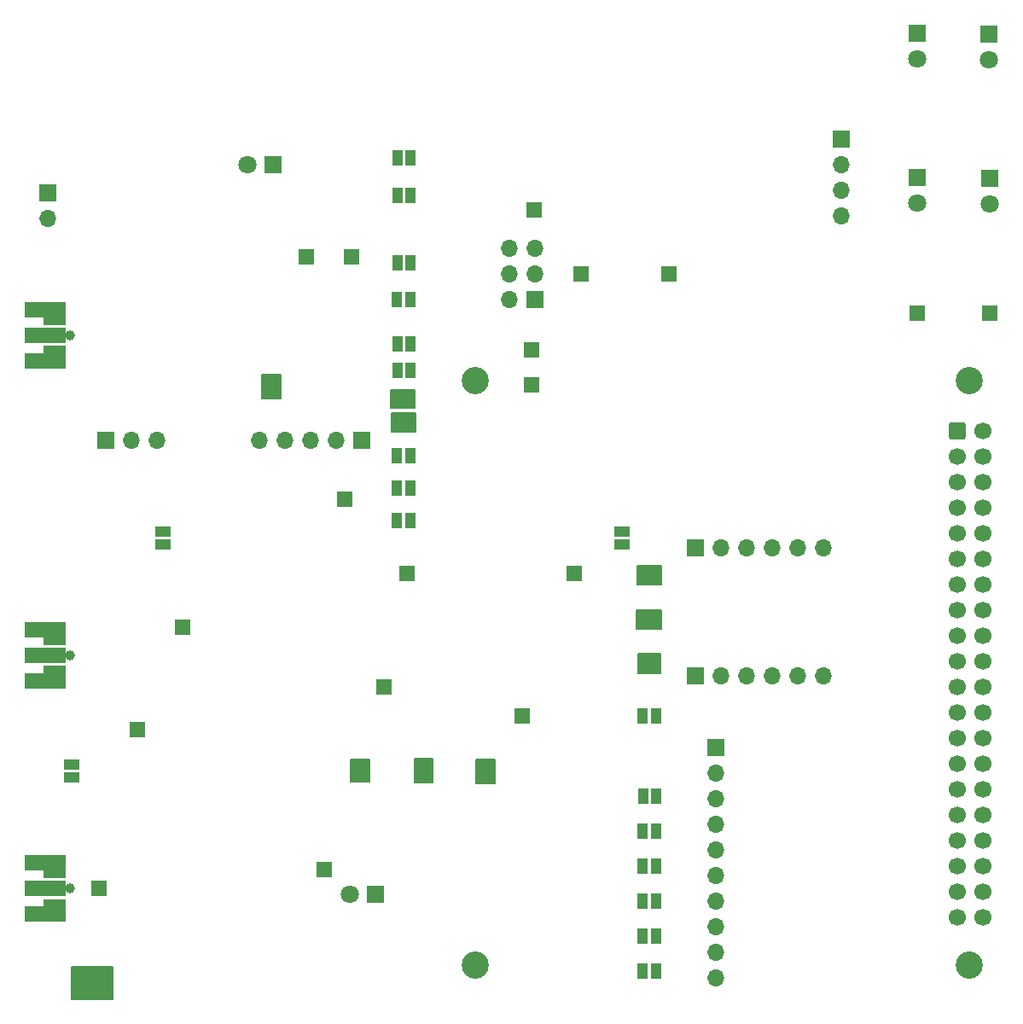
<source format=gbr>
%TF.GenerationSoftware,KiCad,Pcbnew,(5.99.0-10928-g75ce97e260)*%
%TF.CreationDate,2021-11-23T17:21:24+01:00*%
%TF.ProjectId,cdu-lite,6364752d-6c69-4746-952e-6b696361645f,rev?*%
%TF.SameCoordinates,Original*%
%TF.FileFunction,Soldermask,Bot*%
%TF.FilePolarity,Negative*%
%FSLAX46Y46*%
G04 Gerber Fmt 4.6, Leading zero omitted, Abs format (unit mm)*
G04 Created by KiCad (PCBNEW (5.99.0-10928-g75ce97e260)) date 2021-11-23 17:21:24*
%MOMM*%
%LPD*%
G01*
G04 APERTURE LIST*
G04 Aperture macros list*
%AMRoundRect*
0 Rectangle with rounded corners*
0 $1 Rounding radius*
0 $2 $3 $4 $5 $6 $7 $8 $9 X,Y pos of 4 corners*
0 Add a 4 corners polygon primitive as box body*
4,1,4,$2,$3,$4,$5,$6,$7,$8,$9,$2,$3,0*
0 Add four circle primitives for the rounded corners*
1,1,$1+$1,$2,$3*
1,1,$1+$1,$4,$5*
1,1,$1+$1,$6,$7*
1,1,$1+$1,$8,$9*
0 Add four rect primitives between the rounded corners*
20,1,$1+$1,$2,$3,$4,$5,0*
20,1,$1+$1,$4,$5,$6,$7,0*
20,1,$1+$1,$6,$7,$8,$9,0*
20,1,$1+$1,$8,$9,$2,$3,0*%
G04 Aperture macros list end*
%ADD10C,0.150000*%
%ADD11R,1.800000X1.800000*%
%ADD12C,1.800000*%
%ADD13R,1.500000X1.500000*%
%ADD14C,2.700000*%
%ADD15R,1.700000X1.700000*%
%ADD16O,1.700000X1.700000*%
%ADD17RoundRect,0.250000X-0.600000X-0.600000X0.600000X-0.600000X0.600000X0.600000X-0.600000X0.600000X0*%
%ADD18C,1.700000*%
%ADD19R,1.000000X1.500000*%
%ADD20R,1.500000X1.000000*%
%ADD21R,4.064000X1.524000*%
%ADD22C,1.000000*%
%ADD23R,2.200000X1.050000*%
G04 APERTURE END LIST*
D10*
X76428600Y-91109800D02*
X74599800Y-91109800D01*
X74599800Y-91109800D02*
X74599800Y-88722200D01*
X74599800Y-88722200D02*
X76428600Y-88722200D01*
X76428600Y-88722200D02*
X76428600Y-91109800D01*
G36*
X76428600Y-91109800D02*
G01*
X74599800Y-91109800D01*
X74599800Y-88722200D01*
X76428600Y-88722200D01*
X76428600Y-91109800D01*
G37*
X111760000Y-113944400D02*
X114198400Y-113944400D01*
X114198400Y-113944400D02*
X114198400Y-112115600D01*
X114198400Y-112115600D02*
X111760000Y-112115600D01*
X111760000Y-112115600D02*
X111760000Y-113944400D01*
G36*
X111760000Y-113944400D02*
G01*
X114198400Y-113944400D01*
X114198400Y-112115600D01*
X111760000Y-112115600D01*
X111760000Y-113944400D01*
G37*
X95859600Y-126898400D02*
X97688400Y-126898400D01*
X97688400Y-126898400D02*
X97688400Y-129286000D01*
X97688400Y-129286000D02*
X95859600Y-129286000D01*
X95859600Y-129286000D02*
X95859600Y-126898400D01*
G36*
X95859600Y-126898400D02*
G01*
X97688400Y-126898400D01*
X97688400Y-129286000D01*
X95859600Y-129286000D01*
X95859600Y-126898400D01*
G37*
X87350600Y-92049600D02*
X89738200Y-92049600D01*
X89738200Y-92049600D02*
X89738200Y-90220800D01*
X89738200Y-90220800D02*
X87350600Y-90220800D01*
X87350600Y-90220800D02*
X87350600Y-92049600D01*
G36*
X87350600Y-92049600D02*
G01*
X89738200Y-92049600D01*
X89738200Y-90220800D01*
X87350600Y-90220800D01*
X87350600Y-92049600D01*
G37*
X55676800Y-150647400D02*
X59740800Y-150647400D01*
X59740800Y-150647400D02*
X59740800Y-147497800D01*
X59740800Y-147497800D02*
X55676800Y-147497800D01*
X55676800Y-147497800D02*
X55676800Y-150647400D01*
G36*
X55676800Y-150647400D02*
G01*
X59740800Y-150647400D01*
X59740800Y-147497800D01*
X55676800Y-147497800D01*
X55676800Y-150647400D01*
G37*
X111912400Y-118313200D02*
X114147600Y-118313200D01*
X114147600Y-118313200D02*
X114147600Y-116433600D01*
X114147600Y-116433600D02*
X111912400Y-116433600D01*
X111912400Y-116433600D02*
X111912400Y-118313200D01*
G36*
X111912400Y-118313200D02*
G01*
X114147600Y-118313200D01*
X114147600Y-116433600D01*
X111912400Y-116433600D01*
X111912400Y-118313200D01*
G37*
X87426800Y-94386400D02*
X89814400Y-94386400D01*
X89814400Y-94386400D02*
X89814400Y-92557600D01*
X89814400Y-92557600D02*
X87426800Y-92557600D01*
X87426800Y-92557600D02*
X87426800Y-94386400D01*
G36*
X87426800Y-94386400D02*
G01*
X89814400Y-94386400D01*
X89814400Y-92557600D01*
X87426800Y-92557600D01*
X87426800Y-94386400D01*
G37*
X111836200Y-109524800D02*
X114223800Y-109524800D01*
X114223800Y-109524800D02*
X114223800Y-107696000D01*
X114223800Y-107696000D02*
X111836200Y-107696000D01*
X111836200Y-107696000D02*
X111836200Y-109524800D01*
G36*
X111836200Y-109524800D02*
G01*
X114223800Y-109524800D01*
X114223800Y-107696000D01*
X111836200Y-107696000D01*
X111836200Y-109524800D01*
G37*
X89712800Y-126771400D02*
X91541600Y-126771400D01*
X91541600Y-126771400D02*
X91541600Y-129209800D01*
X91541600Y-129209800D02*
X89712800Y-129209800D01*
X89712800Y-129209800D02*
X89712800Y-126771400D01*
G36*
X89712800Y-126771400D02*
G01*
X91541600Y-126771400D01*
X91541600Y-129209800D01*
X89712800Y-129209800D01*
X89712800Y-126771400D01*
G37*
X83362800Y-126898400D02*
X85242400Y-126898400D01*
X85242400Y-126898400D02*
X85242400Y-129133600D01*
X85242400Y-129133600D02*
X83362800Y-129133600D01*
X83362800Y-129133600D02*
X83362800Y-126898400D01*
G36*
X83362800Y-126898400D02*
G01*
X85242400Y-126898400D01*
X85242400Y-129133600D01*
X83362800Y-129133600D01*
X83362800Y-126898400D01*
G37*
D11*
%TO.C,LED418*%
X85831600Y-140284200D03*
D12*
X83291600Y-140284200D03*
%TD*%
D13*
%TO.C,TP400*%
X101371400Y-86283800D03*
%TD*%
D11*
%TO.C,LED413*%
X139598400Y-54813200D03*
D12*
X139598400Y-57353200D03*
%TD*%
D14*
%TO.C,H2*%
X144780000Y-147320000D03*
%TD*%
D13*
%TO.C,TP15*%
X89001600Y-108432600D03*
%TD*%
D15*
%TO.C,J401*%
X119634000Y-125730000D03*
D16*
X119634000Y-128270000D03*
X119634000Y-130810000D03*
X119634000Y-133350000D03*
X119634000Y-135890000D03*
X119634000Y-138430000D03*
X119634000Y-140970000D03*
X119634000Y-143510000D03*
X119634000Y-146050000D03*
X119634000Y-148590000D03*
%TD*%
D13*
%TO.C,TP505*%
X139573000Y-82580400D03*
%TD*%
D15*
%TO.C,JP602*%
X84455000Y-95250000D03*
D16*
X81915000Y-95250000D03*
X79375000Y-95250000D03*
X76835000Y-95250000D03*
X74295000Y-95250000D03*
%TD*%
D15*
%TO.C,JP601*%
X59070000Y-95225000D03*
D16*
X61610000Y-95225000D03*
X64150000Y-95225000D03*
%TD*%
D14*
%TO.C,H3*%
X95780000Y-89320000D03*
%TD*%
D11*
%TO.C,LED411*%
X146812000Y-69235400D03*
D12*
X146812000Y-71775400D03*
%TD*%
D13*
%TO.C,TP502*%
X80772000Y-137820400D03*
%TD*%
%TO.C,TP16*%
X100380800Y-122580400D03*
%TD*%
D15*
%TO.C,P400*%
X132029200Y-65354200D03*
D16*
X132029200Y-67894200D03*
X132029200Y-70434200D03*
X132029200Y-72974200D03*
%TD*%
D13*
%TO.C,TP28*%
X101600000Y-72339200D03*
%TD*%
%TO.C,TP27*%
X106273600Y-78740000D03*
%TD*%
D11*
%TO.C,LED412*%
X139598400Y-69189600D03*
D12*
X139598400Y-71729600D03*
%TD*%
D14*
%TO.C,H1*%
X144780000Y-89320000D03*
%TD*%
D11*
%TO.C,LED415*%
X146735800Y-54940200D03*
D12*
X146735800Y-57480200D03*
%TD*%
D14*
%TO.C,H4*%
X95780000Y-147320000D03*
%TD*%
D17*
%TO.C,JP400*%
X143560800Y-94284800D03*
D18*
X146100800Y-94284800D03*
X143560800Y-96824800D03*
X146100800Y-96824800D03*
X143560800Y-99364800D03*
X146100800Y-99364800D03*
X143560800Y-101904800D03*
X146100800Y-101904800D03*
X143560800Y-104444800D03*
X146100800Y-104444800D03*
X143560800Y-106984800D03*
X146100800Y-106984800D03*
X143560800Y-109524800D03*
X146100800Y-109524800D03*
X143560800Y-112064800D03*
X146100800Y-112064800D03*
X143560800Y-114604800D03*
X146100800Y-114604800D03*
X143560800Y-117144800D03*
X146100800Y-117144800D03*
X143560800Y-119684800D03*
X146100800Y-119684800D03*
X143560800Y-122224800D03*
X146100800Y-122224800D03*
X143560800Y-124764800D03*
X146100800Y-124764800D03*
X143560800Y-127304800D03*
X146100800Y-127304800D03*
X143560800Y-129844800D03*
X146100800Y-129844800D03*
X143560800Y-132384800D03*
X146100800Y-132384800D03*
X143560800Y-134924800D03*
X146100800Y-134924800D03*
X143560800Y-137464800D03*
X146100800Y-137464800D03*
X143560800Y-140004800D03*
X146100800Y-140004800D03*
X143560800Y-142544800D03*
X146100800Y-142544800D03*
%TD*%
D13*
%TO.C,TP18*%
X62230000Y-123952000D03*
%TD*%
%TO.C,TP13*%
X105537000Y-108432600D03*
%TD*%
D15*
%TO.C,J700*%
X53289200Y-70682600D03*
D16*
X53289200Y-73222600D03*
%TD*%
D15*
%TO.C,J403*%
X117602000Y-105918000D03*
D16*
X120142000Y-105918000D03*
X122682000Y-105918000D03*
X125222000Y-105918000D03*
X127762000Y-105918000D03*
X130302000Y-105918000D03*
%TD*%
D15*
%TO.C,J310*%
X101676200Y-81229200D03*
D16*
X99136200Y-81229200D03*
X101676200Y-78689200D03*
X99136200Y-78689200D03*
X101676200Y-76149200D03*
X99136200Y-76149200D03*
%TD*%
D13*
%TO.C,TP17*%
X82804000Y-101092000D03*
%TD*%
%TO.C,TP504*%
X146812000Y-82651600D03*
%TD*%
%TO.C,TP503*%
X58420000Y-139720000D03*
%TD*%
%TO.C,TP700*%
X83465400Y-77063600D03*
%TD*%
%TO.C,TP14*%
X86664800Y-119735600D03*
%TD*%
%TO.C,TP11*%
X66725800Y-113792000D03*
%TD*%
D11*
%TO.C,LED419*%
X75697000Y-67868800D03*
D12*
X73157000Y-67868800D03*
%TD*%
D15*
%TO.C,J402*%
X117602000Y-118618000D03*
D16*
X120142000Y-118618000D03*
X122682000Y-118618000D03*
X125222000Y-118618000D03*
X127762000Y-118618000D03*
X130302000Y-118618000D03*
%TD*%
D13*
%TO.C,TP26*%
X114935000Y-78740000D03*
%TD*%
%TO.C,TP401*%
X101371400Y-89712800D03*
%TD*%
%TO.C,TP701*%
X79020400Y-76987400D03*
%TD*%
D19*
%TO.C,JP701*%
X89346800Y-67208400D03*
X88046800Y-67208400D03*
%TD*%
%TO.C,JP702*%
X89321400Y-88290400D03*
X88021400Y-88290400D03*
%TD*%
%TO.C,JP605*%
X87996000Y-103174800D03*
X89296000Y-103174800D03*
%TD*%
%TO.C,JP700*%
X89321400Y-70916800D03*
X88021400Y-70916800D03*
%TD*%
%TO.C,JP603*%
X89296000Y-96774000D03*
X87996000Y-96774000D03*
%TD*%
%TO.C,JP502*%
X113680000Y-147878800D03*
X112380000Y-147878800D03*
%TD*%
D20*
%TO.C,JP102*%
X110337600Y-105552000D03*
X110337600Y-104252000D03*
%TD*%
D19*
%TO.C,JP703*%
X89321400Y-85699600D03*
X88021400Y-85699600D03*
%TD*%
D21*
%TO.C,X1*%
X53079200Y-116535200D03*
D22*
X55529200Y-116535200D03*
D23*
X54009200Y-115005200D03*
D21*
X53079200Y-119075200D03*
D23*
X54009200Y-118065200D03*
D21*
X53079200Y-113995200D03*
%TD*%
D19*
%TO.C,JP501*%
X112380000Y-144404080D03*
X113680000Y-144404080D03*
%TD*%
%TO.C,JP604*%
X89296000Y-99974400D03*
X87996000Y-99974400D03*
%TD*%
%TO.C,JP704*%
X87996000Y-81280000D03*
X89296000Y-81280000D03*
%TD*%
D21*
%TO.C,X5*%
X53086000Y-139720000D03*
D22*
X55536000Y-139720000D03*
D23*
X54016000Y-138190000D03*
X54016000Y-141250000D03*
D21*
X53086000Y-137180000D03*
X53086000Y-142260000D03*
%TD*%
D19*
%TO.C,JP705*%
X89321400Y-77622400D03*
X88021400Y-77622400D03*
%TD*%
D20*
%TO.C,JP505*%
X55676800Y-127366000D03*
X55676800Y-128666000D03*
%TD*%
D19*
%TO.C,JP500*%
X113680000Y-137454640D03*
X112380000Y-137454640D03*
%TD*%
%TO.C,JP101*%
X112380000Y-122580400D03*
X113680000Y-122580400D03*
%TD*%
D22*
%TO.C,X7*%
X55485200Y-84810000D03*
D21*
X53035200Y-84810000D03*
D23*
X53965200Y-86340000D03*
D21*
X53035200Y-82270000D03*
X53035200Y-87350000D03*
D23*
X53965200Y-83280000D03*
%TD*%
D19*
%TO.C,JP503*%
X112405400Y-130505200D03*
X113705400Y-130505200D03*
%TD*%
%TO.C,JP504*%
X112380000Y-133979920D03*
X113680000Y-133979920D03*
%TD*%
D20*
%TO.C,JP600*%
X64770000Y-105552000D03*
X64770000Y-104252000D03*
%TD*%
D19*
%TO.C,JP506*%
X113680000Y-140929360D03*
X112380000Y-140929360D03*
%TD*%
M02*

</source>
